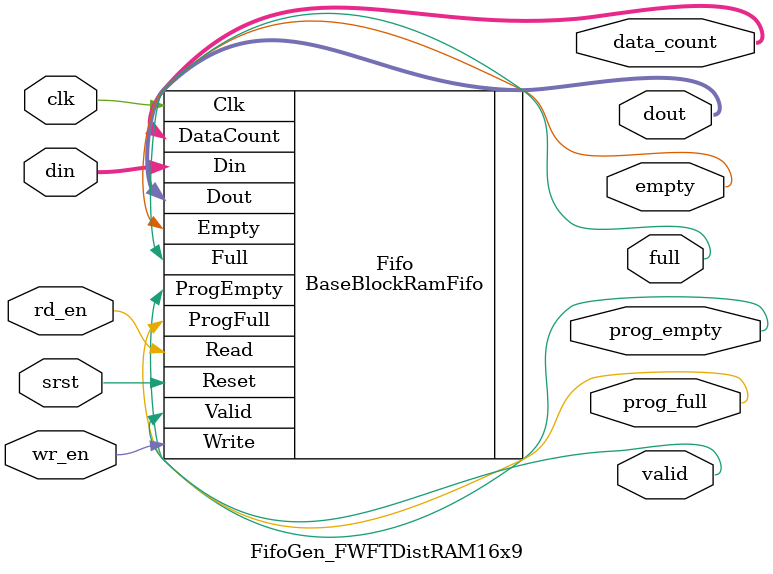
<source format=v>
/*
	FifoGen_FWFT16x9.v: Behavior version of First Word Flow Through 
			    16x9 Distrubuted RAM FIFO

		  Ted Rossin  9-27-2024
	  		     11-07-2024 

     Note: 
*/

`timescale 1ns / 1ps

module FifoGen_FWFTDistRAM16x9(
     input clk
    ,input srst
    ,input[8:0] din
    ,input wr_en
    ,input rd_en
    ,output[8:0] dout
    ,output valid
    ,output full
    ,output empty
    ,output prog_empty
    ,output[4:0] data_count
    ,output prog_full
);

    BaseBlockRamFifo #(
	 .FirstWordFall(1)
	,.BuiltIn(0)
	,.Width(9)
	,.ProgFullValue(14)
	,.ProgEmptyValue(5)
	,.DataCountWidth(5)
	,.Depth(16)
    ) Fifo(
     	 .Clk(clk)
    	,.Reset(srst)
    	,.Write(wr_en)
    	,.Read(rd_en)
    	,.Din(din)
    	,.Dout(dout)
    	,.ProgFull(prog_full)
    	,.ProgEmpty(prog_empty)
    	,.DataCount(data_count)
    	,.Valid(valid)
    	,.Empty(empty)
    	,.Full(full)
    );
endmodule

</source>
